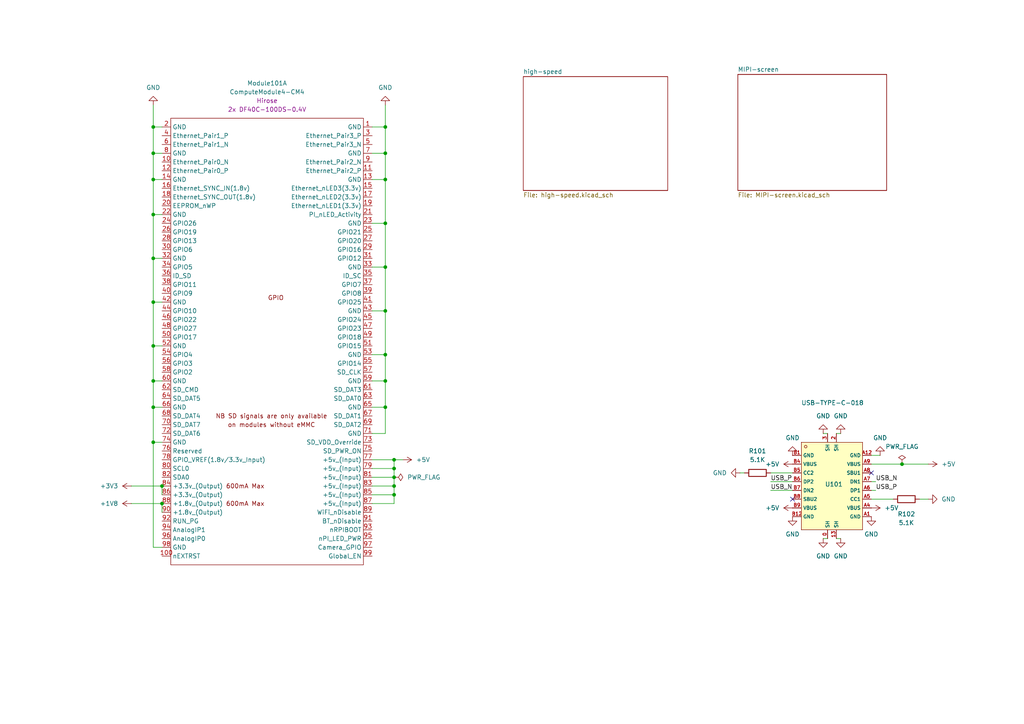
<source format=kicad_sch>
(kicad_sch (version 20231120) (generator "eeschema") (generator_version "8.0")
  (paper "A4")
  (lib_symbols
    (symbol "CM4IO:ComputeModule4-CM4"
      (property "Reference" "Module" (at 113.03 -68.58 0))
      (property "Value" "ComputeModule4-CM4" (at 140.97 2.54 0))
      (property "Field4" "Hirose" (at 0 0 0))
      (property "Field5" "2x DF40C-100DS-0.4V" (at 0 -2.54 0))
      (symbol "ComputeModule4-CM4_1_0"
        (text "GPIO" (at 0 6.35 0) (effects (font (size 1.27 1.27))))
      )
      (symbol "ComputeModule4-CM4_1_1"
        (rectangle (start -30.48 -71.12) (end 25.4 58.42))
        (text "600mA Max" (at -8.89 -53.34 0) (effects (font (size 1.27 1.27))))
        (text "600mA Max" (at -8.89 -48.26 0) (effects (font (size 1.27 1.27))))
        (text "NB SD signals are only available" (at -1.27 -27.94 0) (effects (font (size 1.27 1.27))))
        (text "on modules without eMMC" (at -1.27 -30.48 0) (effects (font (size 1.27 1.27))))
        (pin power_in line (at 27.94 55.88 180) (length 2.54) (name "GND") (number "1"))
        (pin passive line (at -33.02 45.72 0) (length 2.54) (name "Ethernet_Pair0_N") (number "10"))
        (pin output line (at -33.02 -68.58 0) (length 2.54) (name "nEXTRST") (number "100"))
        (pin passive line (at 27.94 43.18 180) (length 2.54) (name "Ethernet_Pair2_P") (number "11"))
        (pin passive line (at -33.02 43.18 0) (length 2.54) (name "Ethernet_Pair0_P") (number "12"))
        (pin power_in line (at 27.94 40.64 180) (length 2.54) (name "GND") (number "13"))
        (pin power_in line (at -33.02 40.64 0) (length 2.54) (name "GND") (number "14"))
        (pin output line (at 27.94 38.1 180) (length 2.54) (name "Ethernet_nLED3(3.3v)") (number "15"))
        (pin input line (at -33.02 38.1 0) (length 2.54) (name "Ethernet_SYNC_IN(1.8v)") (number "16"))
        (pin output line (at 27.94 35.56 180) (length 2.54) (name "Ethernet_nLED2(3.3v)") (number "17"))
        (pin input line (at -33.02 35.56 0) (length 2.54) (name "Ethernet_SYNC_OUT(1.8v)") (number "18"))
        (pin output line (at 27.94 33.02 180) (length 2.54) (name "Ethernet_nLED1(3.3v)") (number "19"))
        (pin power_in line (at -33.02 55.88 0) (length 2.54) (name "GND") (number "2"))
        (pin passive line (at -33.02 33.02 0) (length 2.54) (name "EEPROM_nWP") (number "20"))
        (pin open_collector line (at 27.94 30.48 180) (length 2.54) (name "PI_nLED_Activity") (number "21"))
        (pin power_in line (at -33.02 30.48 0) (length 2.54) (name "GND") (number "22"))
        (pin power_in line (at 27.94 27.94 180) (length 2.54) (name "GND") (number "23"))
        (pin passive line (at -33.02 27.94 0) (length 2.54) (name "GPIO26") (number "24"))
        (pin passive line (at 27.94 25.4 180) (length 2.54) (name "GPIO21") (number "25"))
        (pin passive line (at -33.02 25.4 0) (length 2.54) (name "GPIO19") (number "26"))
        (pin passive line (at 27.94 22.86 180) (length 2.54) (name "GPIO20") (number "27"))
        (pin passive line (at -33.02 22.86 0) (length 2.54) (name "GPIO13") (number "28"))
        (pin passive line (at 27.94 20.32 180) (length 2.54) (name "GPIO16") (number "29"))
        (pin passive line (at 27.94 53.34 180) (length 2.54) (name "Ethernet_Pair3_P") (number "3"))
        (pin passive line (at -33.02 20.32 0) (length 2.54) (name "GPIO6") (number "30"))
        (pin passive line (at 27.94 17.78 180) (length 2.54) (name "GPIO12") (number "31"))
        (pin power_in line (at -33.02 17.78 0) (length 2.54) (name "GND") (number "32"))
        (pin power_in line (at 27.94 15.24 180) (length 2.54) (name "GND") (number "33"))
        (pin passive line (at -33.02 15.24 0) (length 2.54) (name "GPIO5") (number "34"))
        (pin passive line (at 27.94 12.7 180) (length 2.54) (name "ID_SC") (number "35"))
        (pin passive line (at -33.02 12.7 0) (length 2.54) (name "ID_SD") (number "36"))
        (pin passive line (at 27.94 10.16 180) (length 2.54) (name "GPIO7") (number "37"))
        (pin passive line (at -33.02 10.16 0) (length 2.54) (name "GPIO11") (number "38"))
        (pin passive line (at 27.94 7.62 180) (length 2.54) (name "GPIO8") (number "39"))
        (pin passive line (at -33.02 53.34 0) (length 2.54) (name "Ethernet_Pair1_P") (number "4"))
        (pin passive line (at -33.02 7.62 0) (length 2.54) (name "GPIO9") (number "40"))
        (pin passive line (at 27.94 5.08 180) (length 2.54) (name "GPIO25") (number "41"))
        (pin power_in line (at -33.02 5.08 0) (length 2.54) (name "GND") (number "42"))
        (pin power_in line (at 27.94 2.54 180) (length 2.54) (name "GND") (number "43"))
        (pin passive line (at -33.02 2.54 0) (length 2.54) (name "GPIO10") (number "44"))
        (pin passive line (at 27.94 0 180) (length 2.54) (name "GPIO24") (number "45"))
        (pin passive line (at -33.02 0 0) (length 2.54) (name "GPIO22") (number "46"))
        (pin passive line (at 27.94 -2.54 180) (length 2.54) (name "GPIO23") (number "47"))
        (pin passive line (at -33.02 -2.54 0) (length 2.54) (name "GPIO27") (number "48"))
        (pin passive line (at 27.94 -5.08 180) (length 2.54) (name "GPIO18") (number "49"))
        (pin passive line (at 27.94 50.8 180) (length 2.54) (name "Ethernet_Pair3_N") (number "5"))
        (pin passive line (at -33.02 -5.08 0) (length 2.54) (name "GPIO17") (number "50"))
        (pin passive line (at 27.94 -7.62 180) (length 2.54) (name "GPIO15") (number "51"))
        (pin power_in line (at -33.02 -7.62 0) (length 2.54) (name "GND") (number "52"))
        (pin power_in line (at 27.94 -10.16 180) (length 2.54) (name "GND") (number "53"))
        (pin passive line (at -33.02 -10.16 0) (length 2.54) (name "GPIO4") (number "54"))
        (pin passive line (at 27.94 -12.7 180) (length 2.54) (name "GPIO14") (number "55"))
        (pin passive line (at -33.02 -12.7 0) (length 2.54) (name "GPIO3") (number "56"))
        (pin passive line (at 27.94 -15.24 180) (length 2.54) (name "SD_CLK") (number "57"))
        (pin passive line (at -33.02 -15.24 0) (length 2.54) (name "GPIO2") (number "58"))
        (pin power_in line (at 27.94 -17.78 180) (length 2.54) (name "GND") (number "59"))
        (pin passive line (at -33.02 50.8 0) (length 2.54) (name "Ethernet_Pair1_N") (number "6"))
        (pin power_in line (at -33.02 -17.78 0) (length 2.54) (name "GND") (number "60"))
        (pin passive line (at 27.94 -20.32 180) (length 2.54) (name "SD_DAT3") (number "61"))
        (pin passive line (at -33.02 -20.32 0) (length 2.54) (name "SD_CMD") (number "62"))
        (pin passive line (at 27.94 -22.86 180) (length 2.54) (name "SD_DAT0") (number "63"))
        (pin passive line (at -33.02 -22.86 0) (length 2.54) (name "SD_DAT5") (number "64"))
        (pin power_in line (at 27.94 -25.4 180) (length 2.54) (name "GND") (number "65"))
        (pin power_in line (at -33.02 -25.4 0) (length 2.54) (name "GND") (number "66"))
        (pin passive line (at 27.94 -27.94 180) (length 2.54) (name "SD_DAT1") (number "67"))
        (pin passive line (at -33.02 -27.94 0) (length 2.54) (name "SD_DAT4") (number "68"))
        (pin passive line (at 27.94 -30.48 180) (length 2.54) (name "SD_DAT2") (number "69"))
        (pin power_in line (at 27.94 48.26 180) (length 2.54) (name "GND") (number "7"))
        (pin passive line (at -33.02 -30.48 0) (length 2.54) (name "SD_DAT7") (number "70"))
        (pin power_in line (at 27.94 -33.02 180) (length 2.54) (name "GND") (number "71"))
        (pin passive line (at -33.02 -33.02 0) (length 2.54) (name "SD_DAT6") (number "72"))
        (pin input line (at 27.94 -35.56 180) (length 2.54) (name "SD_VDD_Override") (number "73"))
        (pin power_in line (at -33.02 -35.56 0) (length 2.54) (name "GND") (number "74"))
        (pin output line (at 27.94 -38.1 180) (length 2.54) (name "SD_PWR_ON") (number "75"))
        (pin passive line (at -33.02 -38.1 0) (length 2.54) (name "Reserved") (number "76"))
        (pin power_in line (at 27.94 -40.64 180) (length 2.54) (name "+5v_(Input)") (number "77"))
        (pin power_in line (at -33.02 -40.64 0) (length 2.54) (name "GPIO_VREF(1.8v/3.3v_Input)") (number "78"))
        (pin power_in line (at 27.94 -43.18 180) (length 2.54) (name "+5v_(Input)") (number "79"))
        (pin power_in line (at -33.02 48.26 0) (length 2.54) (name "GND") (number "8"))
        (pin passive line (at -33.02 -43.18 0) (length 2.54) (name "SCL0") (number "80"))
        (pin power_in line (at 27.94 -45.72 180) (length 2.54) (name "+5v_(Input)") (number "81"))
        (pin passive line (at -33.02 -45.72 0) (length 2.54) (name "SDA0") (number "82"))
        (pin power_in line (at 27.94 -48.26 180) (length 2.54) (name "+5v_(Input)") (number "83"))
        (pin power_out line (at -33.02 -48.26 0) (length 2.54) (name "+3.3v_(Output)") (number "84"))
        (pin power_in line (at 27.94 -50.8 180) (length 2.54) (name "+5v_(Input)") (number "85"))
        (pin power_out line (at -33.02 -50.8 0) (length 2.54) (name "+3.3v_(Output)") (number "86"))
        (pin power_in line (at 27.94 -53.34 180) (length 2.54) (name "+5v_(Input)") (number "87"))
        (pin power_out line (at -33.02 -53.34 0) (length 2.54) (name "+1.8v_(Output)") (number "88"))
        (pin power_in line (at 27.94 -55.88 180) (length 2.54) (name "WiFi_nDisable") (number "89"))
        (pin passive line (at 27.94 45.72 180) (length 2.54) (name "Ethernet_Pair2_N") (number "9"))
        (pin power_out line (at -33.02 -55.88 0) (length 2.54) (name "+1.8v_(Output)") (number "90"))
        (pin power_in line (at 27.94 -58.42 180) (length 2.54) (name "BT_nDisable") (number "91"))
        (pin passive line (at -33.02 -58.42 0) (length 2.54) (name "RUN_PG") (number "92"))
        (pin input line (at 27.94 -60.96 180) (length 2.54) (name "nRPIBOOT") (number "93"))
        (pin passive line (at -33.02 -60.96 0) (length 2.54) (name "AnalogIP1") (number "94"))
        (pin output line (at 27.94 -63.5 180) (length 2.54) (name "nPI_LED_PWR") (number "95"))
        (pin passive line (at -33.02 -63.5 0) (length 2.54) (name "AnalogIP0") (number "96"))
        (pin passive line (at 27.94 -66.04 180) (length 2.54) (name "Camera_GPIO") (number "97"))
        (pin power_in line (at -33.02 -66.04 0) (length 2.54) (name "GND") (number "98"))
        (pin input line (at 27.94 -68.58 180) (length 2.54) (name "Global_EN") (number "99"))
      )
      (symbol "ComputeModule4-CM4_2_1"
        (rectangle (start 114.3 -66.04) (end 165.1 63.5))
        (text "High Speed Serial" (at 140.97 0 0) (effects (font (size 1.27 1.27))))
        (pin input line (at 170.18 60.96 180) (length 5.08) (name "USB_OTG_ID") (number "101"))
        (pin input line (at 109.22 60.96 0) (length 5.08) (name "PCIe_CLK_nREQ") (number "102"))
        (pin passive line (at 170.18 58.42 180) (length 5.08) (name "USB2_N") (number "103"))
        (pin passive line (at 109.22 58.42 0) (length 5.08) (name "Reserved") (number "104"))
        (pin passive line (at 170.18 55.88 180) (length 5.08) (name "USB2_P") (number "105"))
        (pin passive line (at 109.22 55.88 0) (length 5.08) (name "Reserved") (number "106"))
        (pin power_in line (at 170.18 53.34 180) (length 5.08) (name "GND") (number "107"))
        (pin power_in line (at 109.22 53.34 0) (length 5.08) (name "GND") (number "108"))
        (pin bidirectional line (at 170.18 50.8 180) (length 5.08) (name "PCIe_nRST") (number "109"))
        (pin output line (at 109.22 50.8 0) (length 5.08) (name "PCIe_CLK_P") (number "110"))
        (pin passive line (at 170.18 48.26 180) (length 5.08) (name "VDAC_COMP") (number "111"))
        (pin output line (at 109.22 48.26 0) (length 5.08) (name "PCIe_CLK_N") (number "112"))
        (pin power_in line (at 170.18 45.72 180) (length 5.08) (name "GND") (number "113"))
        (pin power_in line (at 109.22 45.72 0) (length 5.08) (name "GND") (number "114"))
        (pin input line (at 170.18 43.18 180) (length 5.08) (name "CAM1_D0_N") (number "115"))
        (pin input line (at 109.22 43.18 0) (length 5.08) (name "PCIe_RX_P") (number "116"))
        (pin input line (at 170.18 40.64 180) (length 5.08) (name "CAM1_D0_P") (number "117"))
        (pin input line (at 109.22 40.64 0) (length 5.08) (name "PCIe_RX_N") (number "118"))
        (pin power_in line (at 170.18 38.1 180) (length 5.08) (name "GND") (number "119"))
        (pin power_in line (at 109.22 38.1 0) (length 5.08) (name "GND") (number "120"))
        (pin input line (at 170.18 35.56 180) (length 5.08) (name "CAM1_D1_N") (number "121"))
        (pin output line (at 109.22 35.56 0) (length 5.08) (name "PCIe_TX_P") (number "122"))
        (pin input line (at 170.18 33.02 180) (length 5.08) (name "CAM1_D1_P") (number "123"))
        (pin output line (at 109.22 33.02 0) (length 5.08) (name "PCIe_TX_N") (number "124"))
        (pin power_in line (at 170.18 30.48 180) (length 5.08) (name "GND") (number "125"))
        (pin power_in line (at 109.22 30.48 0) (length 5.08) (name "GND") (number "126"))
        (pin input line (at 170.18 27.94 180) (length 5.08) (name "CAM1_C_N") (number "127"))
        (pin input line (at 109.22 27.94 0) (length 5.08) (name "CAM0_D0_N") (number "128"))
        (pin input line (at 170.18 25.4 180) (length 5.08) (name "CAM1_C_P") (number "129"))
        (pin input line (at 109.22 25.4 0) (length 5.08) (name "CAM0_D0_P") (number "130"))
        (pin power_in line (at 170.18 22.86 180) (length 5.08) (name "GND") (number "131"))
        (pin power_in line (at 109.22 22.86 0) (length 5.08) (name "GND") (number "132"))
        (pin input line (at 170.18 20.32 180) (length 5.08) (name "CAM1_D2_N") (number "133"))
        (pin input line (at 109.22 20.32 0) (length 5.08) (name "CAM0_D1_N") (number "134"))
        (pin input line (at 170.18 17.78 180) (length 5.08) (name "CAM1_D2_P") (number "135"))
        (pin input line (at 109.22 17.78 0) (length 5.08) (name "CAM0_D1_P") (number "136"))
        (pin power_in line (at 170.18 15.24 180) (length 5.08) (name "GND") (number "137"))
        (pin power_in line (at 109.22 15.24 0) (length 5.08) (name "GND") (number "138"))
        (pin input line (at 170.18 12.7 180) (length 5.08) (name "CAM1_D3_N") (number "139"))
        (pin input line (at 109.22 12.7 0) (length 5.08) (name "CAM0_C_N") (number "140"))
        (pin input line (at 170.18 10.16 180) (length 5.08) (name "CAM1_D3_P") (number "141"))
        (pin input line (at 109.22 10.16 0) (length 5.08) (name "CAM0_C_P") (number "142"))
        (pin input line (at 170.18 7.62 180) (length 5.08) (name "HDMI1_HOTPLUG") (number "143"))
        (pin power_in line (at 109.22 7.62 0) (length 5.08) (name "GND") (number "144"))
        (pin bidirectional line (at 170.18 5.08 180) (length 5.08) (name "HDMI1_SDA") (number "145"))
        (pin output line (at 109.22 5.08 0) (length 5.08) (name "HDMI1_TX2_P") (number "146"))
        (pin open_collector line (at 170.18 2.54 180) (length 5.08) (name "HDMI1_SCL") (number "147"))
        (pin output line (at 109.22 2.54 0) (length 5.08) (name "HDMI1_TX2_N") (number "148"))
        (pin open_collector line (at 170.18 0 180) (length 5.08) (name "HDMI1_CEC") (number "149"))
        (pin power_in line (at 109.22 0 0) (length 5.08) (name "GND") (number "150"))
        (pin open_collector line (at 170.18 -2.54 180) (length 5.08) (name "HDMI0_CEC") (number "151"))
        (pin output line (at 109.22 -2.54 0) (length 5.08) (name "HDMI1_TX1_P") (number "152"))
        (pin input line (at 170.18 -5.08 180) (length 5.08) (name "HDMI0_HOTPLUG") (number "153"))
        (pin output line (at 109.22 -5.08 0) (length 5.08) (name "HDMI1_TX1_N") (number "154"))
        (pin power_in line (at 170.18 -7.62 180) (length 5.08) (name "GND") (number "155"))
        (pin power_in line (at 109.22 -7.62 0) (length 5.08) (name "GND") (number "156"))
        (pin output line (at 170.18 -10.16 180) (length 5.08) (name "DSI0_D0_N") (number "157"))
        (pin output line (at 109.22 -10.16 0) (length 5.08) (name "HDMI1_TX0_P") (number "158"))
        (pin output line (at 170.18 -12.7 180) (length 5.08) (name "DSI0_D0_P") (number "159"))
        (pin output line (at 109.22 -12.7 0) (length 5.08) (name "HDMI1_TX0_N") (number "160"))
        (pin power_in line (at 170.18 -15.24 180) (length 5.08) (name "GND") (number "161"))
        (pin power_in line (at 109.22 -15.24 0) (length 5.08) (name "GND") (number "162"))
        (pin output line (at 170.18 -17.78 180) (length 5.08) (name "DSI0_D1_N") (number "163"))
        (pin output line (at 109.22 -17.78 0) (length 5.08) (name "HDMI1_CLK_P") (number "164"))
        (pin output line (at 170.18 -20.32 180) (length 5.08) (name "DSI0_D1_P") (number "165"))
        (pin output line (at 109.22 -20.32 0) (length 5.08) (name "HDMI1_CLK_N") (number "166"))
        (pin power_in line (at 170.18 -22.86 180) (length 5.08) (name "GND") (number "167"))
        (pin power_in line (at 109.22 -22.86 0) (length 5.08) (name "GND") (number "168"))
        (pin output line (at 170.18 -25.4 180) (length 5.08) (name "DSI0_C_N") (number "169"))
        (pin output line (at 109.22 -25.4 0) (length 5.08) (name "HDMI0_TX2_P") (number "170"))
        (pin output line (at 170.18 -27.94 180) (length 5.08) (name "DSI0_C_P") (number "171"))
        (pin output line (at 109.22 -27.94 0) (length 5.08) (name "HDMI0_TX2_N") (number "172"))
        (pin power_in line (at 170.18 -30.48 180) (length 5.08) (name "GND") (number "173"))
        (pin power_in line (at 109.22 -30.48 0) (length 5.08) (name "GND") (number "174"))
        (pin output line (at 170.18 -33.02 180) (length 5.08) (name "DSI1_D0_N") (number "175"))
        (pin output line (at 109.22 -33.02 0) (length 5.08) (name "HDMI0_TX1_P") (number "176"))
        (pin output line (at 170.18 -35.56 180) (length 5.08) (name "DSI1_D0_P") (number "177"))
        (pin output line (at 109.22 -35.56 0) (length 5.08) (name "HDMI0_TX1_N") (number "178"))
        (pin power_in line (at 170.18 -38.1 180) (length 5.08) (name "GND") (number "179"))
        (pin power_in line (at 109.22 -38.1 0) (length 5.08) (name "GND") (number "180"))
        (pin output line (at 170.18 -40.64 180) (length 5.08) (name "DSI1_D1_N") (number "181"))
        (pin output line (at 109.22 -40.64 0) (length 5.08) (name "HDMI0_TX0_P") (number "182"))
        (pin output line (at 170.18 -43.18 180) (length 5.08) (name "DSI1_D1_P") (number "183"))
        (pin output line (at 109.22 -43.18 0) (length 5.08) (name "HDMI0_TX0_N") (number "184"))
        (pin power_in line (at 170.18 -45.72 180) (length 5.08) (name "GND") (number "185"))
        (pin power_in line (at 109.22 -45.72 0) (length 5.08) (name "GND") (number "186"))
        (pin output line (at 170.18 -48.26 180) (length 5.08) (name "DSI1_C_N") (number "187"))
        (pin output line (at 109.22 -48.26 0) (length 5.08) (name "HDMI0_CLK_P") (number "188"))
        (pin output line (at 170.18 -50.8 180) (length 5.08) (name "DSI1_C_P") (number "189"))
        (pin output line (at 109.22 -50.8 0) (length 5.08) (name "HDMI0_CLK_N") (number "190"))
        (pin power_in line (at 170.18 -53.34 180) (length 5.08) (name "GND") (number "191"))
        (pin power_in line (at 109.22 -53.34 0) (length 5.08) (name "GND") (number "192"))
        (pin output line (at 170.18 -55.88 180) (length 5.08) (name "DSI1_D2_N") (number "193"))
        (pin output line (at 109.22 -55.88 0) (length 5.08) (name "DSI1_D3_N") (number "194"))
        (pin output line (at 170.18 -58.42 180) (length 5.08) (name "DSI1_D2_P") (number "195"))
        (pin output line (at 109.22 -58.42 0) (length 5.08) (name "DSI1_D3_P") (number "196"))
        (pin power_in line (at 170.18 -60.96 180) (length 5.08) (name "GND") (number "197"))
        (pin power_in line (at 109.22 -60.96 0) (length 5.08) (name "GND") (number "198"))
        (pin bidirectional line (at 170.18 -63.5 180) (length 5.08) (name "HDMI0_SDA") (number "199"))
        (pin open_collector line (at 109.22 -63.5 0) (length 5.08) (name "HDMI0_SCL") (number "200"))
      )
    )
    (symbol "Device:R" (pin_numbers hide) (pin_names (offset 0))
      (property "Reference" "R" (at 2.032 0 90))
      (property "Value" "R" (at 0 0 90))
      (symbol "R_0_1"
        (rectangle (start -1.016 -2.54) (end 1.016 2.54) (stroke (width 0.254)))
      )
      (symbol "R_1_1"
        (pin passive line (at 0 3.81 270) (length 1.27) (name "~") (number "1"))
        (pin passive line (at 0 -3.81 90) (length 1.27) (name "~") (number "2"))
      )
    )
    (symbol "USB-TYPE-C-018:USB-TYPE-C-018"
      (property "Reference" "U" (at 0 1.27 0))
      (property "Value" "USB-TYPE-C-018" (at 0 -2.54 0))
      (symbol "USB-TYPE-C-018_0_1"
        (rectangle (start -8.89 12.7) (end 8.89 -12.7) (fill (type background)))
        (circle (center -7.62 11.43) (radius 0.381) (fill (type background)))
        (pin unspecified line (at -1.27 -15.24 90) (length 2.54) (name "SH") (number "0"))
        (pin unspecified line (at 1.27 -15.24 90) (length 2.54) (name "SH") (number "13"))
        (pin unspecified line (at 1.27 15.24 270) (length 2.54) (name "SH") (number "2"))
        (pin unspecified line (at -1.27 15.24 270) (length 2.54) (name "SH") (number "3"))
        (pin unspecified line (at 11.43 -8.89 180) (length 2.54) (name "GND") (number "A1"))
        (pin unspecified line (at 11.43 8.89 180) (length 2.54) (name "GND") (number "A12"))
        (pin unspecified line (at 11.43 -6.35 180) (length 2.54) (name "VBUS") (number "A4"))
        (pin unspecified line (at 11.43 -3.81 180) (length 2.54) (name "CC1") (number "A5"))
        (pin unspecified line (at 11.43 -1.27 180) (length 2.54) (name "DP1") (number "A6"))
        (pin unspecified line (at 11.43 1.27 180) (length 2.54) (name "DN1") (number "A7"))
        (pin unspecified line (at 11.43 3.81 180) (length 2.54) (name "SBU1") (number "A8"))
        (pin unspecified line (at 11.43 6.35 180) (length 2.54) (name "VBUS") (number "A9"))
        (pin unspecified line (at -11.43 8.89 0) (length 2.54) (name "GND") (number "B1"))
        (pin unspecified line (at -11.43 -8.89 0) (length 2.54) (name "GND") (number "B12"))
        (pin unspecified line (at -11.43 6.35 0) (length 2.54) (name "VBUS") (number "B4"))
        (pin unspecified line (at -11.43 3.81 0) (length 2.54) (name "CC2") (number "B5"))
        (pin unspecified line (at -11.43 1.27 0) (length 2.54) (name "DP2") (number "B6"))
        (pin unspecified line (at -11.43 -1.27 0) (length 2.54) (name "DN2") (number "B7"))
        (pin unspecified line (at -11.43 -3.81 0) (length 2.54) (name "SBU2") (number "B8"))
        (pin unspecified line (at -11.43 -6.35 0) (length 2.54) (name "VBUS") (number "B9"))
      )
    )
    (symbol "power:+1V8" (power) (pin_numbers hide) (pin_names (offset 0) hide)
      (property "Value" "+1V8" (at 0 3.556 0))
      (symbol "+1V8_0_1"
        (polyline (pts (xy -0.762 1.27) (xy 0 2.54)))
        (polyline (pts (xy 0 0) (xy 0 2.54)))
        (polyline (pts (xy 0 2.54) (xy 0.762 1.27)))
      )
      (symbol "+1V8_1_1"
        (pin power_in line (at 0 0 90) (length 0) (name "~") (number "1"))
      )
    )
    (symbol "power:+3V3" (power) (pin_numbers hide) (pin_names (offset 0) hide)
      (property "Value" "+3V3" (at 0 3.556 0))
      (symbol "+3V3_0_1"
        (polyline (pts (xy -0.762 1.27) (xy 0 2.54)))
        (polyline (pts (xy 0 0) (xy 0 2.54)))
        (polyline (pts (xy 0 2.54) (xy 0.762 1.27)))
      )
      (symbol "+3V3_1_1"
        (pin power_in line (at 0 0 90) (length 0) (name "~") (number "1"))
      )
    )
    (symbol "power:+5V" (power) (pin_numbers hide) (pin_names (offset 0) hide)
      (property "Value" "+5V" (at 0 3.556 0))
      (symbol "+5V_0_1"
        (polyline (pts (xy -0.762 1.27) (xy 0 2.54)))
        (polyline (pts (xy 0 0) (xy 0 2.54)))
        (polyline (pts (xy 0 2.54) (xy 0.762 1.27)))
      )
      (symbol "+5V_1_1"
        (pin power_in line (at 0 0 90) (length 0) (name "~") (number "1"))
      )
    )
    (symbol "power:GND" (power) (pin_numbers hide) (pin_names (offset 0) hide)
      (property "Value" "GND" (at 0 -3.81 0))
      (symbol "GND_0_1"
        (polyline (pts (xy 0 0) (xy 0 -1.27) (xy 1.27 -1.27) (xy 0 -2.54) (xy -1.27 -1.27) (xy 0 -1.27)))
      )
      (symbol "GND_1_1"
        (pin power_in line (at 0 0 270) (length 0) (name "~") (number "1"))
      )
    )
    (symbol "power:PWR_FLAG" (power) (pin_numbers hide) (pin_names (offset 0) hide)
      (property "Value" "PWR_FLAG" (at 0 3.81 0))
      (symbol "PWR_FLAG_0_0"
        (pin power_out line (at 0 0 90) (length 0) (name "~") (number "1"))
      )
      (symbol "PWR_FLAG_0_1"
        (polyline (pts (xy 0 0) (xy 0 1.27) (xy -1.016 1.905) (xy 0 2.54) (xy 1.016 1.905) (xy 0 1.27)))
      )
    )
  )
  (junction (at 111.76 118.11))
  (junction (at 44.45 44.45))
  (junction (at 44.45 87.63))
  (junction (at 111.76 44.45))
  (junction (at 44.45 52.07))
  (junction (at 46.99 140.97))
  (junction (at 114.3 138.43))
  (junction (at 114.3 140.97))
  (junction (at 46.99 146.05))
  (junction (at 44.45 128.27))
  (junction (at 111.76 36.83))
  (junction (at 261.62 134.62))
  (junction (at 114.3 135.89))
  (junction (at 44.45 100.33))
  (junction (at 111.76 110.49))
  (junction (at 44.45 74.93))
  (junction (at 44.45 62.23))
  (junction (at 111.76 77.47))
  (junction (at 111.76 90.17))
  (junction (at 114.3 133.35))
  (junction (at 44.45 118.11))
  (junction (at 111.76 102.87))
  (junction (at 44.45 36.83))
  (junction (at 114.3 143.51))
  (junction (at 44.45 110.49))
  (junction (at 111.76 52.07))
  (junction (at 111.76 64.77))
  (no_connect (at 252.73 137.16))
  (no_connect (at 229.87 144.78))
  (wire (pts (xy 111.76 102.87) (xy 111.76 90.17)))
  (wire (pts (xy 44.45 87.63) (xy 44.45 74.93)))
  (wire (pts (xy 261.62 134.62) (xy 269.24 134.62)))
  (wire (pts (xy 107.95 135.89) (xy 114.3 135.89)))
  (wire (pts (xy 46.99 52.07) (xy 44.45 52.07)))
  (wire (pts (xy 111.76 44.45) (xy 111.76 36.83)))
  (wire (pts (xy 107.95 36.83) (xy 111.76 36.83)))
  (wire (pts (xy 107.95 64.77) (xy 111.76 64.77)))
  (wire (pts (xy 44.45 62.23) (xy 44.45 52.07)))
  (wire (pts (xy 46.99 44.45) (xy 44.45 44.45)))
  (wire (pts (xy 259.08 144.78) (xy 252.73 144.78)))
  (wire (pts (xy 44.45 52.07) (xy 44.45 44.45)))
  (wire (pts (xy 114.3 140.97) (xy 114.3 143.51)))
  (wire (pts (xy 223.52 139.7) (xy 229.87 139.7)))
  (wire (pts (xy 107.95 52.07) (xy 111.76 52.07)))
  (wire (pts (xy 107.95 102.87) (xy 111.76 102.87)))
  (wire (pts (xy 44.45 100.33) (xy 44.45 87.63)))
  (wire (pts (xy 38.1 140.97) (xy 46.99 140.97)))
  (wire (pts (xy 46.99 100.33) (xy 44.45 100.33)))
  (wire (pts (xy 254 139.7) (xy 252.73 139.7)))
  (wire (pts (xy 111.76 125.73) (xy 111.76 118.11)))
  (wire (pts (xy 111.76 36.83) (xy 111.76 30.48)))
  (wire (pts (xy 107.95 133.35) (xy 114.3 133.35)))
  (wire (pts (xy 46.99 36.83) (xy 44.45 36.83)))
  (wire (pts (xy 46.99 128.27) (xy 44.45 128.27)))
  (wire (pts (xy 223.52 142.24) (xy 229.87 142.24)))
  (wire (pts (xy 46.99 146.05) (xy 46.99 148.59)))
  (wire (pts (xy 238.76 125.73) (xy 240.03 125.73)))
  (wire (pts (xy 243.84 125.73) (xy 242.57 125.73)))
  (wire (pts (xy 46.99 110.49) (xy 44.45 110.49)))
  (wire (pts (xy 111.76 52.07) (xy 111.76 44.45)))
  (wire (pts (xy 107.95 138.43) (xy 114.3 138.43)))
  (wire (pts (xy 214.63 137.16) (xy 215.9 137.16)))
  (wire (pts (xy 107.95 77.47) (xy 111.76 77.47)))
  (wire (pts (xy 38.1 146.05) (xy 46.99 146.05)))
  (wire (pts (xy 238.76 156.21) (xy 240.03 156.21)))
  (wire (pts (xy 46.99 140.97) (xy 46.99 143.51)))
  (wire (pts (xy 255.27 132.08) (xy 252.73 132.08)))
  (wire (pts (xy 107.95 90.17) (xy 111.76 90.17)))
  (wire (pts (xy 44.45 118.11) (xy 44.45 110.49)))
  (wire (pts (xy 107.95 110.49) (xy 111.76 110.49)))
  (wire (pts (xy 266.7 144.78) (xy 269.24 144.78)))
  (wire (pts (xy 44.45 44.45) (xy 44.45 36.83)))
  (wire (pts (xy 111.76 110.49) (xy 111.76 102.87)))
  (wire (pts (xy 111.76 77.47) (xy 111.76 64.77)))
  (wire (pts (xy 114.3 133.35) (xy 114.3 135.89)))
  (wire (pts (xy 111.76 90.17) (xy 111.76 77.47)))
  (wire (pts (xy 114.3 138.43) (xy 114.3 140.97)))
  (wire (pts (xy 44.45 158.75) (xy 44.45 128.27)))
  (wire (pts (xy 111.76 118.11) (xy 111.76 110.49)))
  (wire (pts (xy 107.95 44.45) (xy 111.76 44.45)))
  (wire (pts (xy 46.99 87.63) (xy 44.45 87.63)))
  (wire (pts (xy 107.95 125.73) (xy 111.76 125.73)))
  (wire (pts (xy 44.45 128.27) (xy 44.45 118.11)))
  (wire (pts (xy 107.95 140.97) (xy 114.3 140.97)))
  (wire (pts (xy 46.99 158.75) (xy 44.45 158.75)))
  (wire (pts (xy 114.3 146.05) (xy 107.95 146.05)))
  (wire (pts (xy 114.3 135.89) (xy 114.3 138.43)))
  (wire (pts (xy 252.73 134.62) (xy 261.62 134.62)))
  (wire (pts (xy 46.99 74.93) (xy 44.45 74.93)))
  (wire (pts (xy 107.95 118.11) (xy 111.76 118.11)))
  (wire (pts (xy 223.52 137.16) (xy 229.87 137.16)))
  (wire (pts (xy 44.45 110.49) (xy 44.45 100.33)))
  (wire (pts (xy 107.95 143.51) (xy 114.3 143.51)))
  (wire (pts (xy 46.99 62.23) (xy 44.45 62.23)))
  (wire (pts (xy 44.45 36.83) (xy 44.45 30.48)))
  (wire (pts (xy 243.84 156.21) (xy 242.57 156.21)))
  (wire (pts (xy 254 142.24) (xy 252.73 142.24)))
  (wire (pts (xy 46.99 118.11) (xy 44.45 118.11)))
  (wire (pts (xy 114.3 143.51) (xy 114.3 146.05)))
  (wire (pts (xy 111.76 64.77) (xy 111.76 52.07)))
  (wire (pts (xy 44.45 74.93) (xy 44.45 62.23)))
  (wire (pts (xy 114.3 133.35) (xy 116.84 133.35)))
  (label "USB_P" (at 254 142.24 0))
  (label "USB_N" (at 223.52 142.24 0))
  (label "USB_P" (at 223.52 139.7 0))
  (label "USB_N" (at 254 139.7 0))
  (symbol (lib_id "power:+3V3") (at 38.1 140.97 90) (unit 1)
    (property "Reference" "#PWR0137" (effects (hide yes)))
    (property "Value" "+3V3" (at 34.29 140.9699 90) (effects (justify left)))
    (property "Description" "Power symbol creates a global label with name \"+3V3\"" (effects (hide yes)))
  )
  (symbol (lib_id "power:GND") (at 229.87 149.86 0) (unit 1)
    (property "Reference" "#PWR0105" (effects (hide yes)))
    (property "Value" "GND" (at 229.87 154.94 0))
    (property "Description" "Power symbol creates a global label with name \"GND\" , ground" (effects (hide yes)))
  )
  (symbol (lib_id "USB-TYPE-C-018:USB-TYPE-C-018") (at 241.3 140.97 0) (unit 1)
    (property "Reference" "U101" (at 239.268 140.462 0) (effects (justify left)))
    (property "Value" "USB-TYPE-C-018" (at 232.41 116.84 0) (effects (justify left)))
    (property "Footprint" "footprint:USB-C_SMD-TYPE-C-31-M-12" (effects (hide yes)))
    (property "Datasheet" "https://so.szlcsc.com/global.html?c=&k=C165948" (effects (hide yes)))
    (property "LCSC" "C2927038" (effects (hide yes)))
  )
  (symbol (lib_id "power:GND") (at 111.76 30.48 180) (unit 1)
    (property "Reference" "#PWR0117" (effects (hide yes)))
    (property "Value" "GND" (at 111.76 25.4 0))
    (property "Description" "Power symbol creates a global label with name \"GND\" , ground" (effects (hide yes)))
  )
  (symbol (lib_id "Device:R") (at 219.71 137.16 90) (unit 1)
    (property "Reference" "R101" (at 219.71 130.81 90))
    (property "Value" "5.1K" (at 219.71 133.35 90))
    (property "Footprint" "Resistor_SMD:R_0402_1005Metric" (effects (hide yes)))
    (property "Description" "Resistor" (effects (hide yes)))
  )
  (symbol (lib_id "power:PWR_FLAG") (at 114.3 138.43 270) (unit 1)
    (property "Reference" "#FLG0102" (effects (hide yes)))
    (property "Value" "PWR_FLAG" (at 118.11 138.4299 90) (effects (justify left)))
    (property "Description" "Special symbol for telling ERC where power comes from" (effects (hide yes)))
  )
  (symbol (lib_id "power:+5V") (at 269.24 134.62 270) (unit 1)
    (property "Reference" "#PWR0113" (effects (hide yes)))
    (property "Value" "+5V" (at 273.05 134.6199 90) (effects (justify left)))
    (property "Description" "Power symbol creates a global label with name \"+5V\"" (effects (hide yes)))
  )
  (symbol (lib_id "power:GND") (at 238.76 125.73 180) (unit 1)
    (property "Reference" "#PWR0106" (effects (hide yes)))
    (property "Value" "GND" (at 238.76 120.65 0))
    (property "Description" "Power symbol creates a global label with name \"GND\" , ground" (effects (hide yes)))
  )
  (symbol (lib_id "power:GND") (at 44.45 30.48 180) (unit 1)
    (property "Reference" "#PWR0116" (effects (hide yes)))
    (property "Value" "GND" (at 44.45 25.4 0))
    (property "Description" "Power symbol creates a global label with name \"GND\" , ground" (effects (hide yes)))
  )
  (symbol (lib_id "power:GND") (at 252.73 149.86 0) (unit 1)
    (property "Reference" "#PWR0111" (effects (hide yes)))
    (property "Value" "GND" (at 252.73 154.94 0))
    (property "Description" "Power symbol creates a global label with name \"GND\" , ground" (effects (hide yes)))
  )
  (symbol (lib_id "Device:R") (at 262.89 144.78 90) (unit 1)
    (property "Reference" "R102" (at 262.89 149.098 90))
    (property "Value" "5.1K" (at 262.89 151.638 90))
    (property "Footprint" "Resistor_SMD:R_0402_1005Metric" (effects (hide yes)))
    (property "Description" "Resistor" (effects (hide yes)))
  )
  (symbol (lib_id "power:+5V") (at 229.87 134.62 90) (unit 1)
    (property "Reference" "#PWR0103" (effects (hide yes)))
    (property "Value" "+5V" (at 226.06 134.6199 90) (effects (justify left)))
    (property "Description" "Power symbol creates a global label with name \"+5V\"" (effects (hide yes)))
  )
  (symbol (lib_id "power:GND") (at 229.87 132.08 180) (unit 1)
    (property "Reference" "#PWR0102" (effects (hide yes)))
    (property "Value" "GND" (at 229.87 127 0))
    (property "Description" "Power symbol creates a global label with name \"GND\" , ground" (effects (hide yes)))
  )
  (symbol (lib_id "CM4IO:ComputeModule4-CM4") (at 80.01 92.71 0) (unit 1)
    (property "Reference" "Module101" (at 77.47 24.13 0))
    (property "Value" "ComputeModule4-CM4" (at 77.47 26.67 0))
    (property "Footprint" "CM4IO:Raspberry-Pi-4-Compute-Module" (effects (hide yes)))
    (property "Field4" "Hirose" (at 77.47 29.21 0))
    (property "Field5" "2x DF40C-100DS-0.4V" (at 77.47 31.75 0))
  )
  (symbol (lib_id "power:PWR_FLAG") (at 261.62 134.62 0) (unit 1)
    (property "Reference" "#FLG0101" (effects (hide yes)))
    (property "Value" "PWR_FLAG" (at 261.62 129.54 0))
    (property "Description" "Special symbol for telling ERC where power comes from" (effects (hide yes)))
  )
  (symbol (lib_id "power:+5V") (at 116.84 133.35 270) (unit 1)
    (property "Reference" "#PWR0115" (effects (hide yes)))
    (property "Value" "+5V" (at 120.65 133.3499 90) (effects (justify left)))
    (property "Description" "Power symbol creates a global label with name \"+5V\"" (effects (hide yes)))
  )
  (symbol (lib_id "power:GND") (at 214.63 137.16 270) (unit 1)
    (property "Reference" "#PWR0101" (effects (hide yes)))
    (property "Value" "GND" (at 210.82 137.1599 90) (effects (justify right)))
    (property "Description" "Power symbol creates a global label with name \"GND\" , ground" (effects (hide yes)))
  )
  (symbol (lib_id "power:GND") (at 243.84 156.21 0) (unit 1)
    (property "Reference" "#PWR0109" (effects (hide yes)))
    (property "Value" "GND" (at 243.84 161.29 0))
    (property "Description" "Power symbol creates a global label with name \"GND\" , ground" (effects (hide yes)))
  )
  (symbol (lib_id "power:GND") (at 255.27 132.08 180) (unit 1)
    (property "Reference" "#PWR0112" (effects (hide yes)))
    (property "Value" "GND" (at 255.27 127 0))
    (property "Description" "Power symbol creates a global label with name \"GND\" , ground" (effects (hide yes)))
  )
  (symbol (lib_id "power:+5V") (at 252.73 147.32 270) (unit 1)
    (property "Reference" "#PWR0110" (effects (hide yes)))
    (property "Value" "+5V" (at 256.54 147.3199 90) (effects (justify left)))
    (property "Description" "Power symbol creates a global label with name \"+5V\"" (effects (hide yes)))
  )
  (symbol (lib_id "power:GND") (at 243.84 125.73 180) (unit 1)
    (property "Reference" "#PWR0108" (effects (hide yes)))
    (property "Value" "GND" (at 243.84 120.65 0))
    (property "Description" "Power symbol creates a global label with name \"GND\" , ground" (effects (hide yes)))
  )
  (symbol (lib_id "power:GND") (at 238.76 156.21 0) (unit 1)
    (property "Reference" "#PWR0107" (effects (hide yes)))
    (property "Value" "GND" (at 238.76 161.29 0))
    (property "Description" "Power symbol creates a global label with name \"GND\" , ground" (effects (hide yes)))
  )
  (symbol (lib_id "power:+1V8") (at 38.1 146.05 90) (unit 1)
    (property "Reference" "#PWR0138" (effects (hide yes)))
    (property "Value" "+1V8" (at 34.29 146.0499 90) (effects (justify left)))
    (property "Description" "Power symbol creates a global label with name \"+1V8\"" (effects (hide yes)))
  )
  (symbol (lib_id "power:GND") (at 269.24 144.78 90) (unit 1)
    (property "Reference" "#PWR0114" (effects (hide yes)))
    (property "Value" "GND" (at 273.05 144.7799 90) (effects (justify right)))
    (property "Description" "Power symbol creates a global label with name \"GND\" , ground" (effects (hide yes)))
  )
  (symbol (lib_id "power:+5V") (at 229.87 147.32 90) (unit 1)
    (property "Reference" "#PWR0104" (effects (hide yes)))
    (property "Value" "+5V" (at 226.06 147.3199 90) (effects (justify left)))
    (property "Description" "Power symbol creates a global label with name \"+5V\"" (effects (hide yes)))
  )
  (sheet (at 151.765 22.225) (size 41.91 33.02) (stroke (width 0.1524))
    (property "Sheetname" "high-speed" (at 151.765 21.5134 0) (effects (justify left bottom)))
    (property "Sheetfile" "high-speed.kicad_sch" (at 151.765 55.8296 0) (effects (justify left top)))
  )
  (sheet (at 213.995 21.59) (size 43.18 33.655) (stroke (width 0.1524))
    (property "Sheetname" "MIPI-screen" (at 213.995 20.8784 0) (effects (justify left bottom)))
    (property "Sheetfile" "MIPI-screen.kicad_sch" (at 213.995 55.8296 0) (effects (justify left top)))
  )
)
</source>
